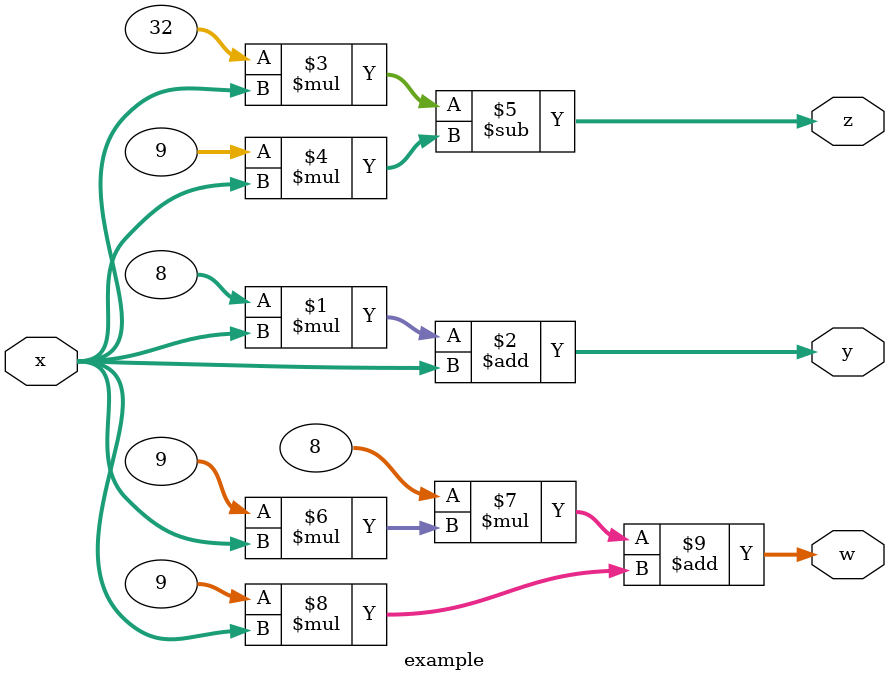
<source format=v>
module example(
    input [31:0] x,
    output [31:0] y,
    output [31:0] z,
    output [31:0] w
);

assign y = 8 * x + x;

assign z = 32 * x - 9 * x;

assign w = 8 * (9 * x) + 9 * x;

endmodule
</source>
